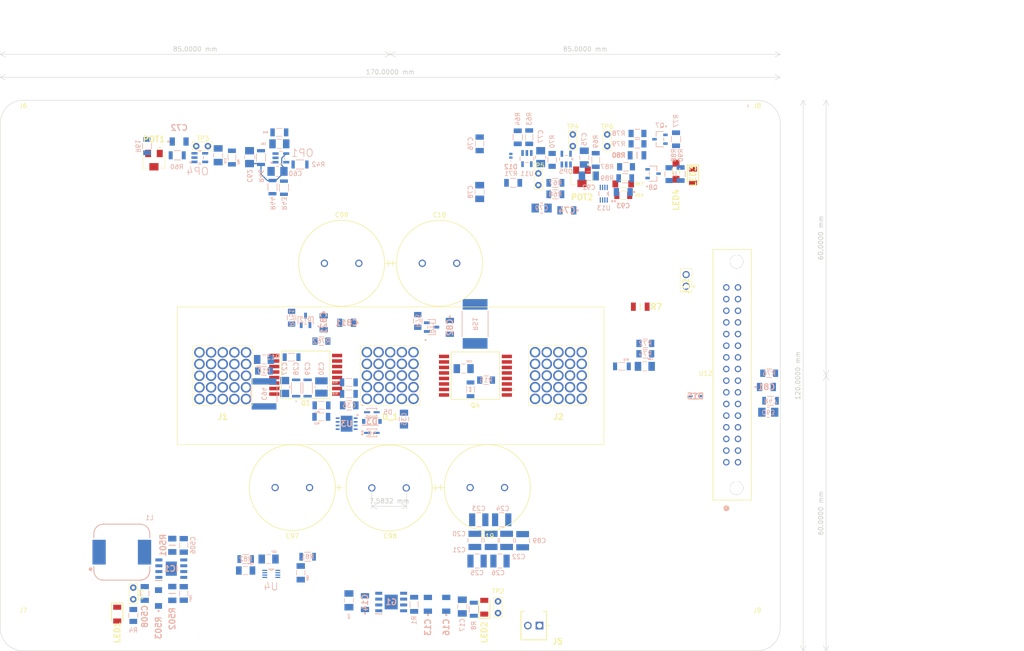
<source format=kicad_pcb>
(kicad_pcb (version 20240108) (generator "pcbnew") (generator_version "8.0")
  (layers (0 "F.Cu" signal) (1 "In1.Cu" signal) (2 "In2.Cu" signal) (31 "B.Cu" signal) (34 "B.Paste" user) (35 "F.Paste" user) (36 "B.SilkS" user "B.Silkscreen") (37 "F.SilkS" user "F.Silkscreen") (38 "B.Mask" user) (39 "F.Mask" user) (44 "Edge.Cuts" user))
  (net 0 "")
  (net 1 "Net-(G1-Q)")
  (net 2 "Net-(G1-BYP)")
  (net 3 "Net-(C31-Pad2)")
  (net 4 "12V")
  (net 5 "5V")
  (net 6 "Net-(J1-Pin_1)")
  (net 7 "V_BAT-")
  (net 8 "+BATT")
  (net 9 "/U-Phase/U")
  (net 10 "Net-(C32-Pad2)")
  (net 11 "/U-Phase/U_CS+")
  (net 12 "Net-(C81-Pad2)")
  (net 13 "Net-(D4-A)")
  (net 14 "Net-(D5-A)")
  (net 15 "Net-(D3-K)")
  (net 16 "/U-Phase/12V")
  (net 17 "/U-Phase/+5V")
  (net 18 "GND")
  (net 19 "Net-(OP1-+IN)")
  (net 20 "Net-(OP1--IN)")
  (net 21 "Net-(OP1-V+)")
  (net 22 "Net-(OP1-OUT)")
  (net 23 "I_SNS_PHASE_U")
  (net 24 "Net-(OP4-+IN)")
  (net 25 "Net-(OP4-V+)")
  (net 26 "Net-(OP5-+IN)")
  (net 27 "Net-(OP5-V+)")
  (net 28 "Net-(D12-K)")
  (net 29 "Net-(OP5--IN)")
  (net 30 "+5V")
  (net 31 "Net-(U13-CLK)")
  (net 32 "Net-(D15-K)")
  (net 33 "U_CS+")
  (net 34 "GNDS")
  (net 35 "/U-Phase/U-HIN")
  (net 36 "/U-Phase/U-LIN")
  (net 37 "Net-(U13-~{CLR})")
  (net 38 "Net-(D4-K)")
  (net 39 "Net-(D5-K)")
  (net 40 "Net-(D12-A)")
  (net 43 "Net-(IC1-FB)")
  (net 45 "Net-(IC1-BST)")
  (net 46 "Net-(IC1-SW)")
  (net 47 "V_BAT+")
  (net 48 "Net-(IC1-RON)")
  (net 49 "Net-(LED1-A)")
  (net 50 "Net-(LED2-A)")
  (net 51 "Net-(LED3-K)")
  (net 52 "Net-(LED4-A)")
  (net 53 "OFFSET")
  (net 54 "Net-(POT1-Pad2)")
  (net 55 "Net-(POT2-Pad2)")
  (net 56 "Net-(Q7-D)")
  (net 57 "/Power Board Connector/DR_EN")
  (net 58 "Net-(Q8-G)")
  (net 59 "SD")
  (net 60 "Net-(RT1-V_{OUT})")
  (net 61 "/U-Phase/U-LO")
  (net 62 "/U-Phase/U-HO")
  (net 63 "/U-Phase/U-HI")
  (net 64 "/U-Phase/U-LI")
  (net 66 "BEMF_PHASE_U")
  (net 67 "I_PHASE_U")
  (net 69 "U-L")
  (net 75 "Net-(RT1-GND)")
  (net 79 "U-H")
  (net 89 "Net-(J12-Pad02)")
  (net 90 "Net-(C811-Pad2)")
  (net 91 "Net-(RT2-V_{DD})")
  (net 92 "Net-(RT2-V_{OUT})")
  (footprint "Misc-Footprints:LED1" (layer "F.Cu") (at 185.5 140.5 90)
    (property "Reference" "LED2")
    (property "Value" "HSMQ-C150" (hide yes))
  )
  (footprint "Misc-Footprints:PCN" (layer "F.Cu") (at 238.259999 108.9 90)
    (property "Reference" "U12")
    (property "Value" "PCN10-32S-2.54DSA72")
  )
  (footprint "Misc-Footprints:LED1" (layer "F.Cu") (at 231 46.5 -90)
    (property "Reference" "LED3")
    (property "Value" "HSMQ-C150" (hide yes))
  )
  (footprint "TestPoint:TestPoint_Bridge_Pitch2.54mm_Drill0.7mm" (layer "F.Cu") (at 125.27 40 180)
    (property "Reference" "TP3")
    (property "Value" "OFFSET")
  )
  (footprint "Kap-1206-Footprints:C18" (layer "F.Cu") (at 182.42 114.42)
    (property "Reference" "C19")
    (property "Value" "100ZLJ820M18X40" (hide yes))
  )
  (footprint "Misc-Footprints:LED1" (layer "F.Cu") (at 105.5 142 -90)
    (property "Reference" "LED1")
    (property "Value" "HSMQ-C150" (hide yes))
  )
  (footprint "Kap-1206-Footprints:C18" (layer "F.Cu") (at 158.16325 65.54 180)
    (property "Reference" "C99")
    (property "Value" "100ZLJ820M18X40" (hide yes))
  )
  (footprint "MountingHole:MountingHole_3.2mm_M3_DIN965" (layer "F.Cu") (at 85 145)
    (property "Reference" "J7")
    (property "Value" "MountingHole_3.2mm_M3_DIN965" (hide yes))
  )
  (footprint "just-footprints:Q1" (layer "F.Cu") (at 146.58 89.840001)
    (property "Reference" "Q1")
    (property "Value" "IAUS300N10S5N015TATMA1" (hide yes))
  )
  (footprint "MountingHole:MountingHole_3.2mm_M3_DIN965" (layer "F.Cu") (at 85 35)
    (property "Reference" "J6")
    (property "Value" "MountingHole_3.2mm_M3_DIN965" (hide yes))
  )
  (footprint "Misc-Footprints:J1" (layer "F.Cu") (at 159.92 95.08)
    (property "Reference" "U_1")
    (property "Value" "Phase-U" (hide yes))
  )
  (footprint "Kap-1206-Footprints:C18" (layer "F.Cu") (at 168.5 114.5 180)
    (property "Reference" "C98")
    (property "Value" "100ZLJ820M18X40" (hide yes))
  )
  (footprint "Misc-Footprints:LED4" (layer "F.Cu") (at 227.294 45.48 180)
    (property "Reference" "LED4")
    (property "Value" "SM1206SRC" (hide yes))
  )
  (footprint "Misc-Footprints:J1" (layer "F.Cu") (at 196.58 95.08)
    (property "Reference" "J2")
    (property "Value" "V_BAT-" (hide yes))
  )
  (footprint "TestPoint:TestPoint_Bridge_Pitch2.54mm_Drill0.7mm" (layer "F.Cu") (at 109 138.77 90)
    (property "Reference" "TP1")
    (property "Value" "12V")
  )
  (footprint "TestPoint:TestPoint_Bridge_Pitch2.54mm_Drill0.7mm" (layer "F.Cu") (at 212.294 40 90)
    (property "Reference" "TP6")
    (property "Value" "SD")
  )
  (footprint "just-footprints:POT2" (layer "F.Cu") (at 113.5 43.05 180)
    (property "Reference" "POT1")
    (property "Value" "50K POT" (hide yes))
  )
  (footprint "TestPoint:TestPoint_Bridge_Pitch2.54mm_Drill0.7mm" (layer "F.Cu") (at 204.794 40 90)
    (property "Reference" "TP4")
    (property "Value" "VREF_OCP")
  )
  (footprint "just-footprints:POT2" (layer "F.Cu") (at 206.794 46.68 180)
    (property "Reference" "POT2")
    (property "Value" "50K POT" (hide yes))
  )
  (footprint "Kap-1206-Footprints:C18" (layer "F.Cu") (at 147.42 114.42 180)
    (property "Reference" "C97")
    (property "Value" "100ZLJ820M18X40" (hide yes))
  )
  (footprint "TestPoint:TestPoint_Bridge_Pitch2.54mm_Drill0.7mm" (layer "F.Cu") (at 197.294 48.5 90)
    (property "Reference" "TP5")
    (property "Value" "OCP")
  )
  (footprint "Misc-Footprints:J1" (layer "F.Cu") (at 133.58 84.96 180)
    (property "Reference" "J1")
    (property "Value" "V_BAT+" (hide yes))
  )
  (footprint "Resistor-1206-Footprints:R17" (layer "F.Cu") (at 215.794 48.23 180)
    (property "Reference" "R17")
    (property "Value" "ERJS08F5101V" (hide yes))
  )
  (footprint "Misc-Footprints:J12" (layer "F.Cu") (at 229.5 70.54 90)
    (property "Reference" "J12")
    (property "Value" "Direction Switch" (hide yes))
  )
  (footprint "Resistor-1206-Footprints:R7" (layer "F.Cu") (at 219.5 75 180)
    (property "Reference" "R7")
    (property "Value" "CRCW12060000Z0EA" (hide yes))
  )
  (footprint "Resistor-1206-Footprints:R14" (layer "F.Cu") (at 215.794 50.73)
    (property "Reference" "R14")
    (property "Value" "CRCW1206130KFKEA" (hide yes))
  )
  (footprint "MountingHole:MountingHole_3.2mm_M3_DIN965" (layer "F.Cu") (at 245 145)
    (property "Reference" "J9")
    (property "Value" "MountingHole_3.2mm_M3_DIN965" (hide yes))
  )
  (footprint "just-footprints:Q1" (layer "F.Cu") (at 183.58 90.040001)
    (property "Reference" "Q4")
    (property "Value" "IAUS300N10S5N015TATMA1" (hide yes))
  )
  (footprint "MountingHole:MountingHole_3.2mm_M3_DIN965" (layer "F.Cu") (at 245 35)
    (property "Reference" "J8")
    (property "Value" "MountingHole_3.2mm_M3_DIN965" (hide yes))
  )
  (footprint "Kap-1206-Footprints:C18" (layer "F.Cu") (at 171.99675 65.54)
    (property "Reference" "C18")
    (property "Value" "100ZLJ820M18X40" (hide yes))
  )
  (footprint "TestPoint:TestPoint_Bridge_Pitch2.54mm_Drill0.7mm" (layer "F.Cu") (at 188.5 141.77 90)
    (property "Reference" "TP2")
    (property "Value" "5V")
  )
  (footprint "Misc-Footprints:J4" (layer "F.Cu") (at 197.54 144.5 180)
    (property "Reference" "J5")
    (property "Value" "+5V_EXT" (hide yes))
  )
  (footprint "Resistor-1206-Footprints:R72" (layer "B.Cu") (at 218.897 37.2394 180)
    (property "Reference" "R78")
    (property "Value" "RC1206FR-0710KL" (hide yes))
  )
  (footprint "infineon-library-footprints:IRLML6346TRPBF" (layer "B.Cu") (at 223.794 38.5 -90)
    (property "Reference" "Q7")
    (property "Value" "IRLML6346" (hide yes))
  )
  (footprint "Resistor-1206-Footprints:R42" (layer "B.Cu") (at 136.8368 42.4986 90)
    (property "Reference" "R46")
    (property "Value" "CPF1206B12KE1" (hide yes))
  )
  (footprint "Resistor-1206-Footprints:R61" (layer "B.Cu") (at 201 48 180)
    (property "Reference" "R67")
    (property "Value" "RC1206FR-071KL")
  )
  (footprint "Resistor-1206-Footprints:R12" (layer "B.Cu") (at 209.794 43.02 -90)
    (property "Reference" "R69")
    (property "Value" "AC1206JR-0710RL" (hide yes))
  )
  (footprint "infineon-library-footprints:IRLML6346TRPBF" (layer "B.Cu") (at 222.294 46 90)
    (property "Reference" "Q8")
    (property "Value" "IRLML6346" (hide yes))
  )
  (footprint "Kap-1206-Footprints:C72" (layer "B.Cu") (at 119 39)
    (property "Reference" "C72")
    (property "Value" "C1206C105K3RACTM" (hide yes))
  )
  (footprint "Kap-1206-Footprints:C20" (layer "B.Cu") (at 183.4544 125.9351 -90)
    (property "Reference" "C20")
    (property "Value" "CS1210KKX7R0BB225" (hide yes))
  )
  (footprint "Misc-Footprints:D12" (layer "B.Cu") (at 191.294 42.1 90)
    (property "Reference" "D12")
    (property "Value" "500mA/30V/TSLP-2-17" (hide yes))
  )
  (footprint "Misc-Footprints:G1" (layer "B.Cu") (at 165.212 139.365)
    (property "Reference" "G1")
    (property "Value" "TLS205B0EJ 50V" (hide yes))
  )
  (footprint "Kap-1206-Footprints:C20" (layer "B.Cu") (at 189.2983 121.4351 180)
    (property "Reference" "C24")
    (property "Value" "CS1210KKX7R0BB225" (hide yes))
  )
  (footprint "Resistor-1206-Footprints:R503" (layer "B.Cu") (at 114.5 138.5 90)
    (property "Reference" "R503")
    (property "Value" "ERJ-P08D4992V" (hide yes))
  )
  (footprint "Kap-1206-Footprints:C14" (layer "B.Cu") (at 177.212 139.865 90)
    (property "Reference" "C16")
    (property "Value" "C1206C106M3PACTU" (hide yes))
  )
  (footprint "Kap-1206-Footprints:C72" (layer "B.Cu") (at 178 79.5 -90)
    (property "Reference" "C82")
    (property "Value" "C1206C105K3RACTM" (hide yes))
  )
  (footprint "Resistor-1206-Footprints:R8" (layer "B.Cu") (at 183.212 140.9426 90)
    (property "Reference" "R8")
    (property "Value" "CRCW1206680RFKEA" (hide yes))
  )
  (footprint "Kap-1206-Footprints:C31" (layer "B.Cu") (at 181.008 88.5 180)
    (property "Reference" "C32")
    (property "Value" "C1206X103K1RECAUTO" (hide yes))
  )
  (footprint "Resistor-1206-Footprints:R13" (layer "B.Cu") (at 215.505 88 180)
    (property "Reference" "R73")
    (property "Value" "CRCW1206100KFKEAC")
  )
  (footprint "Kap-1206-Footprints:C14" (layer "B.Cu") (at 159.5 139.5 90)
    (property "Reference" "C14")
    (property "Value" "C1206C106M3PACTU" (hide yes))
  )
  (footprint "Kap-1206-Footprints:C94" (layer "B.Cu") (at 137.5 94 90)
    (property "Reference" "C94")
    (property "Value" "22201C475KAT2A" (hide yes))
  )
  (footprint "Resistor-1206-Footprints:R12" (layer "B.Cu") (at 140.8368 37)
    (property "Reference" "R45")
    (property "Value" "AC1206JR-0710RL" (hide yes))
  )
  (footprint "Resistor-1206-Footprints:R43" (layer "B.Cu") (at 141.8368 49.0649 90)
    (property "Reference" "R43")
    (property "Value" "PHT1206Y1001BGT" (hide yes))
  )
  (footprint "Resistor-1206-Footprints:R70" (layer "B.Cu") (at 200.294 43 90)
    (property "Reference" "R70")
    (property "Value" "CRCW12061M00FKEAHP" (hide yes))
  )
  (footprint "Kap-1206-Footprints:C8" (layer "B.Cu") (at 198 53.5 180)
    (property "Reference" "C79")
    (property "Value" "C1206R105K3RACTU")
  )
  (footprint "Resistor-1206-Footprints:R13" (layer "B.Cu") (at 143.5 86)
    (property "Reference" "R13")
    (property "Value" "CRCW1206100KFKEAC" (hide yes))
  )
  (footprint "Resistor-1206-Footprints:R7" (layer "B.Cu") (at 218.794 42)
    (property "Reference" "R80")
    (property "Value" "CRCW12060000Z0EA" (hide yes))
  )
  (footprint "Resistor-1206-Footprints:R47" (layer "B.Cu") (at 147 129.5 180)
    (property "Reference" "R81")
    (property "Value" "9T12062A10R0FBHFT")
  )
  (footprint "Resistor-1206-Footprints:R75" (layer "B.Cu") (at 171 78.103 90)
    (property "Reference" "R75")
    (property "Value" "RC1206FR-07200RL" (hide yes))
  )
  (footprint "Resistor-1206-Footprints:R61" (layer "B.Cu") (at 191.794 48)
    (property "Reference" "R71")
    (property "Value" "RC1206FR-071KL" (hide yes))
  )
  (footprint "Kap-1206-Footprints:C30" (layer "B.Cu") (at 150 92.5 90)
    (property "Reference" "C30")
    (property "Value" "GRM32EC72A106KE05L" (hide yes))
  )
  (footprint "Kap-1206-Footprints:C8" (layer "B.Cu") (at 140.434002 45.5 180)
    (property "Reference" "C60")
    (property "Value" "C1206R105K3RACTU" (hide yes))
  )
  (footprint "Kap-1206-Footprints:C506" (layer "B.Cu") (at 120 137.5 90)
    (property "Reference" "C507")
    (property "Value" "12061C225KAT2A" (hide yes))
  )
  (footprint "Resistor-1206-Footprints:R61" (layer "B.Cu") (at 201 50.5 180)
    (property "Reference" "R68")
    (property "Value" "RC1206FR-071KL")
  )
  (footprint "Resistor-1206-Footprints:R60" (layer "B.Cu") (at 118.5776 42 180)
    (property "Reference" "R60")
    (property "Value" "CRCW120622K0FKEA" (hide yes))
  )
  (footprint "Resistor-1206-Footprints:R47" (layer "B.Cu") (at 133.5 130 180)
    (property "Reference" "R82")
    (property "Value" "9T12062A10R0FBHFT" (hide yes))
  )
  (footprint "infineon-library-footprints:SN74LVC2G74MDCUTEP" (layer "B.Cu") (at 211.544001 50.3716 90)
    (property "Reference" "U13")
    (property "Value" "SN74LVC2G74DCUR" (hide yes))
  )
  (footprint "Kap-1206-Footprints:C31" (layer "B.Cu") (at 137.5 86.5)
    (property "Reference" "C31")
    (property "Value" "C1206X103K1RECAUTO")
  )
  (footprint "Kap-1206-Footprints:C20" (layer "B.Cu") (at 190.3632 125.9351 -90)
    (property "Reference" "C22")
    (property "Value" "CS1210KKX7R0BB225" (hide yes))
  )
  (footprint "infineon-library-footprints:AD8615" (layer "B.Cu") (at 141.1684 42.5602)
    (property "Reference" "OP1")
    (property "Value" "AD8615AUJZ" (hide yes))
  )
  (footprint "Resistor-1206-Footprints:R72" (layer "B.Cu") (at 216.397 44.5 180)
    (property "Reference" "R87")
    (property "Value" "RC1206FR-0710KL" (hide yes))
  )
  (footprint "Kap-1206-Footprints:C20" (layer "B.Cu") (at 183.9281 130.4351)
    (property "Reference" "C25")
    (property "Value" "CS1210KKX7R0BB225" (hide yes))
  )
  (footprint "Resistor-1206-Footprints:R42" (layer "B.Cu") (at 145.3368 44 180)
    (property "Reference" "R42")
    (property "Value" "CPF1206B12KE1" (hide yes))
  )
  (footprint "Kap-1206-Footprints:C72" (layer "B.Cu") (at 215.794 50 180)
    (property "Reference" "C93")
    (property "Value" "C1206C105K3RACTM" (hide yes))
  )
  (footprint "Resistor-1206-Footprints:R76" (layer "B.Cu") (at 150 82.5 180)
    (property "Reference" "R762")
    (property "Value" "ERJ-8ENF1000V")
  )
  (footprint "Kap-1206-Footprints:C508" (layer "B.Cu") (at 111.5 137.5 90)
    (property "Reference" "C508")
    (property "Value" "12061C273KAT2A" (hide yes))
  )
  (footprint "Resistor-1206-Footprints:R43" (layer "B.Cu") (at 139.3368 48.9351 90)
    (property "Reference" "R44")
    (property "Value" "PHT1206Y1001BGT" (hide yes))
  )
  (footprint "Kap-1206-Footprints:C35" (layer "B.Cu") (at 168 99.5 -90)
    (property "Reference" "C35")
    (property "Value" "C1206C104K5RAC7025")
  )
  (footprint "Kap-1206-Footprints:C15" (layer "B.Cu") (at 180.712 140.357 90)
    (property "Reference" "C17")
    (property "Value" "C1206X104M3RECAUTO" (hide yes))
  )
  (footprint "Kap-1206-Footprints:C15" (layer "B.Cu") (at 220.492 88 180)
    (property "Reference" "C80")
    (property "Value" "C1206X104M3RECAUTO")
  )
  (footprint "Resistor-1206-Footprints:R11" (layer "B.Cu") (at 150.02 96.5)
    (property "Reference" "R11")
    (property "Value" "RC1206JR-0730RL" (hide yes))
  )
  (footprint "Kap-1206-Footprints:C20" (layer "B.Cu") (at 188.9281 130.4351)
    (property "Reference" "C26")
    (property "Value" "CS1210KKX7R0BB225" (hide yes))
  )
  (footprint "Misc-Footprints:DC" (layer "B.Cu") (at 117.288 132.095)
    (property "Reference" "IC1")
    (property "Value" "LM5013QDDARQ1" (hide yes))
  )
  (footprint "Kap-1206-Footprints:C83" (layer "B.Cu") (at 145.5 133 90)
    (property "Reference" "C83")
    (property "Value" "1206Y0250101KXT")
  )
  (footprint "Kap-1206-Footprints:C15" (layer "B.Cu") (at 127.5 41.992 90)
    (property "Reference" "C73")
    (property "Value" "C1206X104M3RECAUTO" (hide yes))
  )
  (footprint "Resistor-1206-Footprints:R502" (layer "B.Cu") (at 117.5 137.5 90)
    (property "Reference" "R502")
    (property "Value" "CR1206-FX-4533ELF" (hide yes))
  )
  (footprint "Resistor-1206-Footprints:R61" (layer "B.Cu") (at 112 40 90)
    (property "Reference" "R61")
    (property "Value" "RC1206FR-071KL" (hide yes))
  )
  (footprint "Kap-1206-Footprints:C8" (layer "B.Cu") (at 197.794 42.402798 90)
    (property "Reference" "C77")
    (property "Value" "C1206R105K3RACTU" (hide yes))
  )
  (footprint "Kap-1206-Footprints:C72" (layer "B.Cu") (at 150.5 78.5 -90)
    (property "Reference" "C821")
    (property "Value" "C1206C105K3RACTM" (hide yes))
  )
  (footprint "Kap-1206-Footprints:C83" (layer "B.Cu") (at 133.485 132.5 180)
    (property "Reference" "C84")
    (property "Value" "1206Y0250101KXT" (hide yes))
  )
  (footprint "Kap-1206-Footprints:C15" (layer "B.Cu") (at 138.492 130 180)
    (property "Reference" "C37")
    (property "Value" "C1206X104M3RECAUTO" (hide yes))
  )
  (footprint "Resistor-1206-Footprints:R89" (layer "B.Cu") (at 216.2164 47 180)
    (property "Reference" "R89")
    (property "Value" "RMCF1206JT20K0" (hide yes))
  )
  (footprint "Resistor-1206-Footprints:R4" (layer "B.Cu") (at 109 142.2954 90)
    (property "Reference" "R4")
    (property "Value" "RNCP1206FTD1K00" (hide yes))
  )
  (footprint "Kap-1206-Footprints:C28" (layer "B.Cu") (at 144.5 92.722 90)
    (property "Reference" "C28")
    (property "Value" "C3216X7S2A225K160AB" (hide yes))
  )
  (footprint "Kap-1206-Footprints:C76" (layer "B.Cu") (at 184.5 39.5 90)
    (property "Reference" "C76")
    (property "Value" "C1206C102K3REC" (hide yes))
  )
  (footprint "Kap-1206-Footprints:C15" (layer "B.Cu") (at 156 139 90)
    (property "Reference" "C15")
    (property "Value" "C1206X104M3RECAUTO" (hide yes))
  )
  (footprint "Resistor-1206-Footprints:R47" (layer "B.Cu") (at 247.897 95.5)
    (property "Reference" "R47")
    (property "Value" "9T12062A10R0FBHFT" (hide yes))
  )
  (footprint "just-footprints:U4" (layer "B.Cu") (at 139.0776 133.238 180)
    (property "Reference" "U4")
    (property "Value" "NL27WZ08USG" (hide yes))
  )
  (footprint "Resistor-1206-Footprints:R12" (layer "B.Cu") (at 130.5 42.492 90)
    (property "Reference" "R62")
    (property "Value" "AC1206JR-0710RL" (hide yes))
  )
  (footprint "Kap-1206-Footprints:C72" (layer "B.Cu") (at 155.5 78.5 180)
    (property "Reference" "C811")
    (property "Value" "C1206C105K3RACTM" (hide yes))
  )
  (footprint "Resistor-1206-Footprints:R77" (layer "B.Cu") (at 228.294 46.0776 90)
    (property "Reference" "R90")
    (property "Value" "RMCF1206FT330R" (hide yes))
  )
  (footprint "Resistor-1206-Footprints:R10" (layer "B.Cu") (at 185.897 91 180)
    (property "Reference" "R15")
    (property "Value" "RC1206JR-071R2L" (hide yes))
  )
  (footprint "infineon-library-footprints:LMV331M5" (layer "B.Cu") (at 194.794 42.7192 -90)
    (property "Reference" "U11")
    (property "Value" "LMV331" (hide yes))
  )
  (footprint "Resistor-1206-Footprints:R11" (layer "B.Cu") (at 155.98 91.5)
    (property "Reference" "R16")
    (property "Value" "RC1206JR-0730RL" (hide yes))
  )
  (footprint "Resistor-1206-Footprints:R63" (layer "B.Cu") (at 195.294 38.045 90)
    (property "Reference" "R63")
    (property "Value" "SR1206FR-7W10KL" (hide yes))
  )
  (footprint "Resistor-1206-Footprints:R72" (layer "B.Cu") (at 220.603 83 180)
    (property "Reference" "R72")
    (property "Value" "RC1206FR-0710KL")
  )
  (footprint "Resistor-1206-Footprints:R10" (layer "B.Cu") (at 137.5 89 180)
    (property "Reference" "R10")
    (property "Value" "RC1206JR-071R2L")
  )
  (footprint "infineon-library-footprints:MCP9700AT_E_TT" (layer "B.Cu") (at 146.549999 77.9848 180)
    (property "Reference" "RT2")
    (property "Value" "MCP9700Ax-ETT" (hide yes))
  )
  (footprint "Misc-Footprints:D4" (layer "B.Cu") (at 161 102.5)
    (property "Reference" "D4")
    (property "Value" "BAT165E63227HTSAI")
  )
  (footprint "Kap-1206-Footprints:C15" (layer "B.Cu") (at 184.5 50 90)
    (property "Reference" "C78")
    (property "Value" "C1206X104M3RECAUTO" (hide yes))
  )
  (footprint "Resistor-1206-Footprints:R74" (layer "B.Cu") (at 220.603 85.2606 180)
    (property "Reference" "R74")
    (property "Value" "RC1206FR-077K87L")
  )
  (footprint "infineon-library-footprints:AD8615" (layer "B.Cu") (at 203.3542 42.8316 90)
    (property "Reference" "OP5")
    (property "Value" "AD8615AUJZ" (hide yes))
  )
  (footprint "Kap-1206-Footprints:C13" (layer "B.Cu") (at 173.212 139.865 90)
    (property "Reference" "C13")
    (property "Value" "C1206C103J3RACAUTO" (hide yes))
  )
  (footprint "Resistor-1206-Footprints:R72" (layer "B.Cu") (at 225.794 46.103 90)
    (property "Reference" "R88")
    (property "Value" "RC1206FR-0710KL" (hide yes))
  )
  (footprint "Kap-1206-Footprints:C72" (layer "B.Cu") (at 203.5 54 180)
    (property "Reference" "C74")
    (property "Value" "C1206C105K3RACTM" (hide yes))
  )
  (footprint "Resistor-1206-Footprints:R72" (layer "B.Cu") (at 218.897 39.5 180)
    (property "Reference" "R79")
    (property "Value" "RC1206FR-0710KL" (hide yes))
  )
  (footprint "Kap-1206-Footprints:C8" (layer "B.Cu") (at 247.402798 98)
    (property "Reference" "C63")
    (property "Value" "C1206R105K3RACTU" (hide yes))
  )
  (footprint "Kap-1206-Footprints:C15" (layer "B.Cu") (at 140.8368 39.5)
    (property "Reference" "C61")
    (property "Value" "C1206X104M3RECAUTO" (hide yes))
  )
  (footprint "Kap-1206-Footprints:C20" (layer "B.Cu") (at 184.2983 121.4351 180)
    (property "Reference" "C23")
    (property "Value" "CS1210KKX7R0BB225" (hide yes))
  )
  (footprint "Misc-Footprints:D15" (layer "B.Cu") (at 231.5 94.5 180)
    (property "Reference" "D15")
    (property "Value" "DIODE ZENER" (hide yes))
  )
  (footprint "Misc-Footprints:D3" (layer "B.Cu") (at 161 100)
    (property "Reference" "D3")
    (property "Value" "SMD2150PL-TP" (hide yes))
  )
  (footprint "Misc-Footprints:L1" (layer "B.Cu") (at 106.5 128.5 90)
    (property "Reference" "L1")
    (property "Value" "WE-PD_1210" (hide yes))
  )
  (footprint "Kap-1206-Footprints:C8" (layer "B.Cu") (at 134.3368 42.402798 90)
    (property "Reference" "C62")
    (property "Value" "C1206R105K3RACTU" (hide yes))
  )
  (footprint "Resistor-1206-Footprints:R75" (layer "B.Cu") (at 143.5 77.397 90)
    (property "Reference" "R751")
    (property "Value" "RC1206FR-07200RL" (hide yes))
  )
  (footprint "Kap-1206-Footprints:C506" (layer "B.Cu") (at 120 127.025 90)
    (property "Reference" "C506")
    (property "Value" "12061C225KAT2A" (hide yes))
  )
  (footprint "Kap-1206-Footprints:C36" (layer "B.Cu") (at 156.0649 96.5 180)
    (property "Reference" "C36")
    (property "Value" "TMK316BJ106ML-T" (hide yes))
  )
  (footprint "Resistor-1206-Footprints:R77" (layer "B.Cu") (at 227.294 38.5 90)
    (property "Reference" "R77")
    (property "Value" "RMCF1206FT330R" (hide yes))
  )
  (footprint "Kap-1206-Footprints:C20" (layer "B.Cu") (at 193.8632 126 -90)
    (property "Reference" "C89")
    (property "Value" "CS1210KKX7R0BB225" (hide yes))
  )
  (footprint "Resistor-1206-Footprints:R76" (layer "B.Cu") (at 247.597202 89.5 180)
    (property "Reference" "R76")
    (property "Value" "ERJ-8ENF1000V" (hide yes))
  )
  (footprint "Resistor-1206-Footprints:R501" (layer "B.Cu") (at 117.5 127 90)
    (property "Reference" "R501")
    (property "Value" "RMCF1206FT100K" (hide yes))
  )
  (footprint "Misc-Footprints:D4" (layer "B.Cu") (at 161 98 180)
    (property "Reference" "D5")
    (property "Value" "BAT165E63227HTSAI" (hide yes))
  )
  (footprint "Kap-1206-Footprints:C72" (layer "B.Cu") (at 247 92.5)
    (property "Reference" "C81")
    (property "Value" "C1206C105K3RACTM" (hide yes))
  )
  (footprint "Kap-1206-Footprints:C20" (layer "B.Cu") (at 187 125.9351 -90)
    (property "Reference" "C21")
    (property "Value" "CS1210KKX7R0BB225" (hide yes))
  )
  (footprint "Kap-1206-Footprints:C1" (layer "B.Cu") (at 142 92.5 90)
    (property "Reference" "C27")
    (property "Value" "C1206X104K1RACTU" (hide yes))
  )
  (footprint "Resistor-1206-Footprints:R12" (layer "B.Cu") (at 149.98 99)
    (property "Reference" "R12")
    (property "Value" "AC1206JR-0710RL" (hide yes))
  )
  (footprint "Resistor-1206-Footprints:R64" (layer "B.Cu") (at 192.794 38.0776 90)
    (property "Reference" "R64")
    (property "Value" "RMCF1206ZT0R00" (hide yes))
  )
  (footprint "Resistor-1206-Footprints:R13" (layer "B.Cu") (at 182.5 93.005 90)
    (property "Reference" "R19")
    (property "Value" "CRCW1206100KFKEAC" (hide yes))
  )
  (footprint "infineon-library-footprints:HCS3920FT1L00" (layer "B.Cu") (at 183.5 78.7455 90)
    (property "Reference" "RS1")
    (property "Value" "HCS3920FT1L00")
  )
  (footprint "Kap-1206-Footprints:C28" (layer "B.Cu") (at 147 92.722 90)
    (property "Reference" "C29")
    (property "Value" "C3216X7S2A225K160AB" (hide yes))
  )
  (footprint "Kap-1206-Footprints:C15" (layer "B.Cu") (at 208.286 46.5)
    (property "Reference" "C92")
    (property "Value" "C1206X104M3RECAUTO" (hide yes))
  )
  (footprint "infineon-library-footprints:MCP9700AT_E_TT" (layer "B.Cu") (at 174.0152 79.450001 90)
    (property "Reference" "RT1")
    (property "Value" "MCP9700Ax-ETT" (hide yes))
  )
  (footprint "Kap-1206-Footprints:C15" (layer "B.Cu") (at 207.294 42.508 90)
    (property "Reference" "C75")
    (property "Value" "C1206X104M3RECAUTO" (hide yes))
  )
  (footprint "Resistor-1206-Footprints:R1" (layer "B.Cu") (at 170.212 139.865 90)
    (property "Reference" "R1")
    (property "Value" "PMR18EZPJ000" (hide yes))
  )
  (footprint "infineon-library-footprints:AD8615" (layer "B.Cu") (at 123.5 42.5)
    (property "Reference" "OP4")
    (property "Value" "AD8615AUJZ" (hide yes))
  )
  (footprint "Resistor-1206-Footprints:R12" (layer "B.Cu") (at 155.98 94)
    (property "Reference" "R18")
    (property "Value" "AC1206JR-0710RL" (hide yes))
  )
  (footprint "just-footprints:U3" (layer "B.Cu") (at 155.5 100.5 180)
    (property "Reference" "U3")
    (property "Value" "2EDL8x24G" (hide yes))
  )
  (gr_line (start 243 31) (end 243 31.5) (stroke (width 0.15)) (layer "B.SilkS"))
  (gr_line (start 211.58 105.04) (end 211.58 75.04) (stroke (width 0.127)) (layer "F.SilkS"))
  (gr_line (start 122.97148 146.98233) (end 123.04971 147.07631) (stroke (width 0.127)) (layer "F.SilkS"))
  (gr_line (start 118.58 105.04) (end 211.58 105.04) (stroke (width 0.127)) (layer "F.SilkS"))
  (gr_line (start 118.58 75.04) (end 211.58 75.04) (stroke (width 0.127)) (layer "F.SilkS"))
  (gr_line (start 118.58 105.04) (end 118.58 75.04) (stroke (width 0.127)) (layer "F.SilkS"))
  (gr_arc (start 250 145) (mid 248.535534 148.535534) (end 245 150) (stroke (width 0.1)) (layer "Edge.Cuts"))
  (gr_arc (start 80 35) (mid 81.464466 31.464466) (end 85 30) (stroke (width 0.1)) (layer "Edge.Cuts"))
  (gr_line (start 250 145) (end 250 35) (stroke (width 0.1)) (layer "Edge.Cuts"))
  (gr_line (start 80 35) (end 80 145) (stroke (width 0.1)) (layer "Edge.Cuts"))
  (gr_line (start 245 30) (end 85 30) (stroke (width 0.1)) (layer "Edge.Cuts"))
  (gr_arc (start 85 150) (mid 81.464466 148.535534) (end 80 145) (stroke (width 0.1)) (layer "Edge.Cuts"))
  (gr_line (start 85 150) (end 245 150) (stroke (width 0.1)) (layer "Edge.Cuts"))
  (gr_arc (start 245 30) (mid 248.535534 31.464466) (end 250 35) (stroke (width 0.1)) (layer "Edge.Cuts"))
  (dimension (type aligned) (layer "Edge.Cuts") (pts (xy 80 25) (xy 250 25)) (height 0) (gr_text "170.0000 mm" (at 165 23.85 0) (layer "Edge.Cuts") (effects (font (size 1 1) (thickness 0.15)))) (format (prefix "") (suffix "") (units 3) (units_format 1) (precision 4)) (style (thickness 0.1) (arrow_length 1.27) (text_position_mode 0) (extension_height 0.58642) (extension_offset 0.5) keep_text_aligned))
  (dimension (type aligned) (layer "Edge.Cuts") (pts (xy 80 20) (xy 165 20)) (height 0) (gr_text "85.0000 mm" (at 122.5 18.85 0) (layer "Edge.Cuts") (effects (font (size 1 1) (thickness 0.15)))) (format (prefix "") (suffix "") (units 3) (units_format 1) (precision 4)) (style (thickness 0.1) (arrow_length 1.27) (text_position_mode 0) (extension_height 0.58642) (extension_offset 0.5) keep_text_aligned))
  (dimension (type aligned) (layer "Edge.Cuts") (pts (xy 260 90) (xy 260 30)) (height 0) (gr_text "60.0000 mm" (at 258.85 60 90) (layer "Edge.Cuts") (effects (font (size 1 1) (thickness 0.15)))) (format (prefix "") (suffix "") (units 3) (units_format 1) (precision 4)) (style (thickness 0.1) (arrow_length 1.27) (text_position_mode 0) (extension_height 0.58642) (extension_offset 0.5) keep_text_aligned))
  (dimension (type aligned) (layer "Edge.Cuts") (pts (xy 165 20) (xy 250 20)) (height 0) (gr_text "85.0000 mm" (at 207.5 18.85 0) (layer "Edge.Cuts") (effects (font (size 1 1) (thickness 0.15)))) (format (prefix "") (suffix "") (units 3) (units_format 1) (precision 4)) (style (thickness 0.1) (arrow_length 1.27) (text_position_mode 0) (extension_height 0.58642) (extension_offset 0.5) keep_text_aligned))
  (dimension (type aligned) (layer "Edge.Cuts") (pts (xy 255 30) (xy 255 150)) (height 0) (gr_text "120.0000 mm" (at 253.85 90 90) (layer "Edge.Cuts") (effects (font (size 1 1) (thickness 0.15)))) (format (prefix "") (suffix "") (units 3) (units_format 1) (precision 4)) (style (thickness 0.1) (arrow_length 1.27) (text_position_mode 0) (extension_height 0.58642) (extension_offset 0.5) keep_text_aligned))
  (dimension (type aligned) (layer "Edge.Cuts") (pts (xy 161 114.5) (xy 168.58325 114.5)) (height 4) (gr_text "7.5832 mm" (at 164.791625 117.35 0) (layer "Edge.Cuts") (effects (font (size 1 1) (thickness 0.15)))) (format (prefix "") (suffix "") (units 3) (units_format 1) (precision 4)) (style (thickness 0.1) (arrow_length 1.27) (text_position_mode 0) (extension_height 0.58642) (extension_offset 0.5) keep_text_aligned))
  (dimension (type aligned) (layer "Edge.Cuts") (pts (xy 260 90) (xy 260 150)) (height 0) (gr_text "60.0000 mm" (at 258.85 120 90) (layer "Edge.Cuts") (effects (font (size 1 1) (thickness 0.15)))) (format (prefix "") (suffix "") (units 3) (units_format 1) (precision 4)) (style (thickness 0.1) (arrow_length 1.27) (text_position_mode 0) (extension_height 0.58642) (extension_offset 0.5) keep_text_aligned))
  (segment (start 138.2232 47.5) (end 139.3368 47.5) (width 0.25) (layer "B.Cu") (net 20))
  (segment (start 134.3368 43.805596) (end 136.645196 43.805596) (width 0.25) (layer "B.Cu") (net 20))
  (segment (start 136.8368 43.9972) (end 136.8368 46.1136) (width 0.25) (layer "B.Cu") (net 20))
  (segment (start 141.8368 45.5) (end 141.8368 44.6632) (width 0.25) (layer "B.Cu") (net 20))
  (segment (start 136.645196 43.805596) (end 136.8368 43.9972) (width 0.25) (layer "B.Cu") (net 20))
  (segment (start 136.8368 46.1136) (end 138.2232 47.5) (width 0.25) (layer "B.Cu") (net 20))
  (segment (start 141.8368 44.6632) (end 141.3514 44.1778) (width 0.25) (layer "B.Cu") (net 20))
  (segment (start 141.8368 45.747377) (end 141.8368 45.5) (width 0.25) (layer "B.Cu") (net 20))
  (segment (start 141.3514 42.6058) (end 142.3368 41.6204) (width 0.25) (layer "B.Cu") (net 20))
  (segment (start 141.3514 44.1778) (end 141.3514 42.6058) (width 0.25) (layer "B.Cu") (net 20))
  (segment (start 140.084177 47.5) (end 141.8368 45.747377) (width 0.25) (layer "B.Cu") (net 20))
  (segment (start 139.3368 47.5) (end 140.084177 47.5) (width 0.25) (layer "B.Cu") (net 20))
)
</source>
